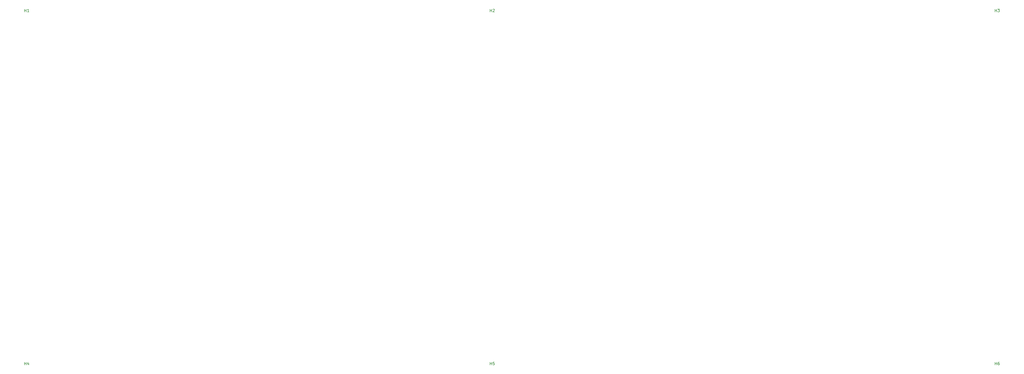
<source format=gbr>
%TF.GenerationSoftware,KiCad,Pcbnew,9.0.2*%
%TF.CreationDate,2025-07-01T21:42:38+02:00*%
%TF.ProjectId,TKL_PCB,544b4c5f-5043-4422-9e6b-696361645f70,rev?*%
%TF.SameCoordinates,Original*%
%TF.FileFunction,Legend,Top*%
%TF.FilePolarity,Positive*%
%FSLAX46Y46*%
G04 Gerber Fmt 4.6, Leading zero omitted, Abs format (unit mm)*
G04 Created by KiCad (PCBNEW 9.0.2) date 2025-07-01 21:42:38*
%MOMM*%
%LPD*%
G01*
G04 APERTURE LIST*
%ADD10C,0.150000*%
G04 APERTURE END LIST*
D10*
X363331845Y-139642319D02*
X363331845Y-138642319D01*
X363331845Y-139118509D02*
X363903273Y-139118509D01*
X363903273Y-139642319D02*
X363903273Y-138642319D01*
X364808035Y-138642319D02*
X364617559Y-138642319D01*
X364617559Y-138642319D02*
X364522321Y-138689938D01*
X364522321Y-138689938D02*
X364474702Y-138737557D01*
X364474702Y-138737557D02*
X364379464Y-138880414D01*
X364379464Y-138880414D02*
X364331845Y-139070890D01*
X364331845Y-139070890D02*
X364331845Y-139451842D01*
X364331845Y-139451842D02*
X364379464Y-139547080D01*
X364379464Y-139547080D02*
X364427083Y-139594700D01*
X364427083Y-139594700D02*
X364522321Y-139642319D01*
X364522321Y-139642319D02*
X364712797Y-139642319D01*
X364712797Y-139642319D02*
X364808035Y-139594700D01*
X364808035Y-139594700D02*
X364855654Y-139547080D01*
X364855654Y-139547080D02*
X364903273Y-139451842D01*
X364903273Y-139451842D02*
X364903273Y-139213747D01*
X364903273Y-139213747D02*
X364855654Y-139118509D01*
X364855654Y-139118509D02*
X364808035Y-139070890D01*
X364808035Y-139070890D02*
X364712797Y-139023271D01*
X364712797Y-139023271D02*
X364522321Y-139023271D01*
X364522321Y-139023271D02*
X364427083Y-139070890D01*
X364427083Y-139070890D02*
X364379464Y-139118509D01*
X364379464Y-139118509D02*
X364331845Y-139213747D01*
X180213095Y-139642319D02*
X180213095Y-138642319D01*
X180213095Y-139118509D02*
X180784523Y-139118509D01*
X180784523Y-139642319D02*
X180784523Y-138642319D01*
X181736904Y-138642319D02*
X181260714Y-138642319D01*
X181260714Y-138642319D02*
X181213095Y-139118509D01*
X181213095Y-139118509D02*
X181260714Y-139070890D01*
X181260714Y-139070890D02*
X181355952Y-139023271D01*
X181355952Y-139023271D02*
X181594047Y-139023271D01*
X181594047Y-139023271D02*
X181689285Y-139070890D01*
X181689285Y-139070890D02*
X181736904Y-139118509D01*
X181736904Y-139118509D02*
X181784523Y-139213747D01*
X181784523Y-139213747D02*
X181784523Y-139451842D01*
X181784523Y-139451842D02*
X181736904Y-139547080D01*
X181736904Y-139547080D02*
X181689285Y-139594700D01*
X181689285Y-139594700D02*
X181594047Y-139642319D01*
X181594047Y-139642319D02*
X181355952Y-139642319D01*
X181355952Y-139642319D02*
X181260714Y-139594700D01*
X181260714Y-139594700D02*
X181213095Y-139547080D01*
X11381845Y-139642319D02*
X11381845Y-138642319D01*
X11381845Y-139118509D02*
X11953273Y-139118509D01*
X11953273Y-139642319D02*
X11953273Y-138642319D01*
X12858035Y-138975652D02*
X12858035Y-139642319D01*
X12619940Y-138594700D02*
X12381845Y-139308985D01*
X12381845Y-139308985D02*
X13000892Y-139308985D01*
X363331845Y-11529819D02*
X363331845Y-10529819D01*
X363331845Y-11006009D02*
X363903273Y-11006009D01*
X363903273Y-11529819D02*
X363903273Y-10529819D01*
X364284226Y-10529819D02*
X364903273Y-10529819D01*
X364903273Y-10529819D02*
X364569940Y-10910771D01*
X364569940Y-10910771D02*
X364712797Y-10910771D01*
X364712797Y-10910771D02*
X364808035Y-10958390D01*
X364808035Y-10958390D02*
X364855654Y-11006009D01*
X364855654Y-11006009D02*
X364903273Y-11101247D01*
X364903273Y-11101247D02*
X364903273Y-11339342D01*
X364903273Y-11339342D02*
X364855654Y-11434580D01*
X364855654Y-11434580D02*
X364808035Y-11482200D01*
X364808035Y-11482200D02*
X364712797Y-11529819D01*
X364712797Y-11529819D02*
X364427083Y-11529819D01*
X364427083Y-11529819D02*
X364331845Y-11482200D01*
X364331845Y-11482200D02*
X364284226Y-11434580D01*
X180213095Y-11529819D02*
X180213095Y-10529819D01*
X180213095Y-11006009D02*
X180784523Y-11006009D01*
X180784523Y-11529819D02*
X180784523Y-10529819D01*
X181213095Y-10625057D02*
X181260714Y-10577438D01*
X181260714Y-10577438D02*
X181355952Y-10529819D01*
X181355952Y-10529819D02*
X181594047Y-10529819D01*
X181594047Y-10529819D02*
X181689285Y-10577438D01*
X181689285Y-10577438D02*
X181736904Y-10625057D01*
X181736904Y-10625057D02*
X181784523Y-10720295D01*
X181784523Y-10720295D02*
X181784523Y-10815533D01*
X181784523Y-10815533D02*
X181736904Y-10958390D01*
X181736904Y-10958390D02*
X181165476Y-11529819D01*
X181165476Y-11529819D02*
X181784523Y-11529819D01*
X11381845Y-11529819D02*
X11381845Y-10529819D01*
X11381845Y-11006009D02*
X11953273Y-11006009D01*
X11953273Y-11529819D02*
X11953273Y-10529819D01*
X12953273Y-11529819D02*
X12381845Y-11529819D01*
X12667559Y-11529819D02*
X12667559Y-10529819D01*
X12667559Y-10529819D02*
X12572321Y-10672676D01*
X12572321Y-10672676D02*
X12477083Y-10767914D01*
X12477083Y-10767914D02*
X12381845Y-10815533D01*
M02*

</source>
